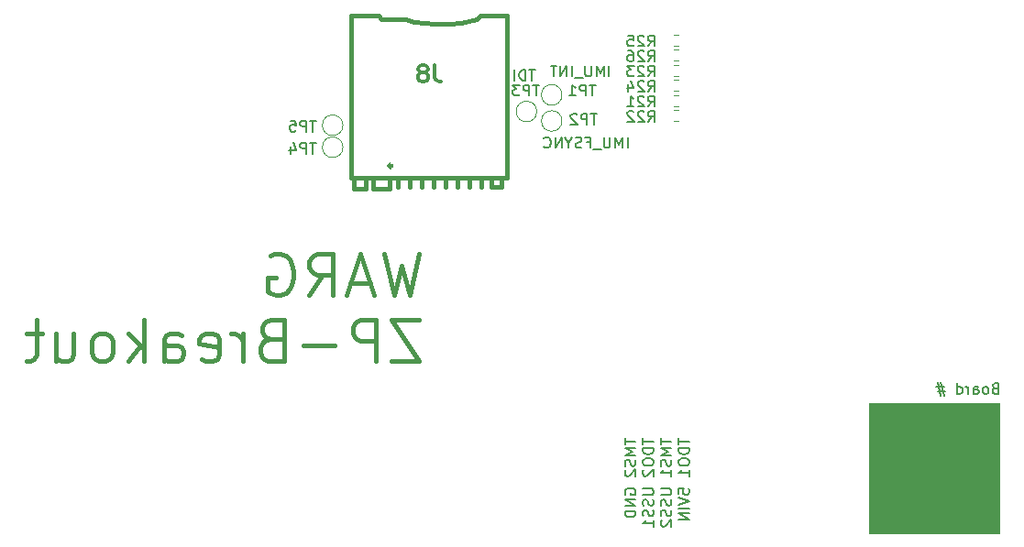
<source format=gbr>
G04 #@! TF.GenerationSoftware,KiCad,Pcbnew,(5.1.2)-1*
G04 #@! TF.CreationDate,2021-02-01T19:25:34-05:00*
G04 #@! TF.ProjectId,ZP-Breakout,5a502d42-7265-4616-9b6f-75742e6b6963,rev?*
G04 #@! TF.SameCoordinates,Original*
G04 #@! TF.FileFunction,Legend,Bot*
G04 #@! TF.FilePolarity,Positive*
%FSLAX46Y46*%
G04 Gerber Fmt 4.6, Leading zero omitted, Abs format (unit mm)*
G04 Created by KiCad (PCBNEW (5.1.2)-1) date 2021-02-01 19:25:34*
%MOMM*%
%LPD*%
G04 APERTURE LIST*
%ADD10C,0.150000*%
%ADD11C,0.381000*%
%ADD12C,0.100000*%
%ADD13C,0.120000*%
%ADD14C,0.300000*%
%ADD15C,0.304800*%
G04 APERTURE END LIST*
D10*
X107007000Y-144877404D02*
X106959380Y-144782166D01*
X106959380Y-144639309D01*
X107007000Y-144496452D01*
X107102238Y-144401214D01*
X107197476Y-144353595D01*
X107387952Y-144305976D01*
X107530809Y-144305976D01*
X107721285Y-144353595D01*
X107816523Y-144401214D01*
X107911761Y-144496452D01*
X107959380Y-144639309D01*
X107959380Y-144734547D01*
X107911761Y-144877404D01*
X107864142Y-144925023D01*
X107530809Y-144925023D01*
X107530809Y-144734547D01*
X107959380Y-145353595D02*
X106959380Y-145353595D01*
X107959380Y-145925023D01*
X106959380Y-145925023D01*
X107959380Y-146401214D02*
X106959380Y-146401214D01*
X106959380Y-146639309D01*
X107007000Y-146782166D01*
X107102238Y-146877404D01*
X107197476Y-146925023D01*
X107387952Y-146972642D01*
X107530809Y-146972642D01*
X107721285Y-146925023D01*
X107816523Y-146877404D01*
X107911761Y-146782166D01*
X107959380Y-146639309D01*
X107959380Y-146401214D01*
X108609380Y-144353595D02*
X109418904Y-144353595D01*
X109514142Y-144401214D01*
X109561761Y-144448833D01*
X109609380Y-144544071D01*
X109609380Y-144734547D01*
X109561761Y-144829785D01*
X109514142Y-144877404D01*
X109418904Y-144925023D01*
X108609380Y-144925023D01*
X109561761Y-145353595D02*
X109609380Y-145496452D01*
X109609380Y-145734547D01*
X109561761Y-145829785D01*
X109514142Y-145877404D01*
X109418904Y-145925023D01*
X109323666Y-145925023D01*
X109228428Y-145877404D01*
X109180809Y-145829785D01*
X109133190Y-145734547D01*
X109085571Y-145544071D01*
X109037952Y-145448833D01*
X108990333Y-145401214D01*
X108895095Y-145353595D01*
X108799857Y-145353595D01*
X108704619Y-145401214D01*
X108657000Y-145448833D01*
X108609380Y-145544071D01*
X108609380Y-145782166D01*
X108657000Y-145925023D01*
X109561761Y-146305976D02*
X109609380Y-146448833D01*
X109609380Y-146686928D01*
X109561761Y-146782166D01*
X109514142Y-146829785D01*
X109418904Y-146877404D01*
X109323666Y-146877404D01*
X109228428Y-146829785D01*
X109180809Y-146782166D01*
X109133190Y-146686928D01*
X109085571Y-146496452D01*
X109037952Y-146401214D01*
X108990333Y-146353595D01*
X108895095Y-146305976D01*
X108799857Y-146305976D01*
X108704619Y-146353595D01*
X108657000Y-146401214D01*
X108609380Y-146496452D01*
X108609380Y-146734547D01*
X108657000Y-146877404D01*
X109609380Y-147829785D02*
X109609380Y-147258357D01*
X109609380Y-147544071D02*
X108609380Y-147544071D01*
X108752238Y-147448833D01*
X108847476Y-147353595D01*
X108895095Y-147258357D01*
X110259380Y-144353595D02*
X111068904Y-144353595D01*
X111164142Y-144401214D01*
X111211761Y-144448833D01*
X111259380Y-144544071D01*
X111259380Y-144734547D01*
X111211761Y-144829785D01*
X111164142Y-144877404D01*
X111068904Y-144925023D01*
X110259380Y-144925023D01*
X111211761Y-145353595D02*
X111259380Y-145496452D01*
X111259380Y-145734547D01*
X111211761Y-145829785D01*
X111164142Y-145877404D01*
X111068904Y-145925023D01*
X110973666Y-145925023D01*
X110878428Y-145877404D01*
X110830809Y-145829785D01*
X110783190Y-145734547D01*
X110735571Y-145544071D01*
X110687952Y-145448833D01*
X110640333Y-145401214D01*
X110545095Y-145353595D01*
X110449857Y-145353595D01*
X110354619Y-145401214D01*
X110307000Y-145448833D01*
X110259380Y-145544071D01*
X110259380Y-145782166D01*
X110307000Y-145925023D01*
X111211761Y-146305976D02*
X111259380Y-146448833D01*
X111259380Y-146686928D01*
X111211761Y-146782166D01*
X111164142Y-146829785D01*
X111068904Y-146877404D01*
X110973666Y-146877404D01*
X110878428Y-146829785D01*
X110830809Y-146782166D01*
X110783190Y-146686928D01*
X110735571Y-146496452D01*
X110687952Y-146401214D01*
X110640333Y-146353595D01*
X110545095Y-146305976D01*
X110449857Y-146305976D01*
X110354619Y-146353595D01*
X110307000Y-146401214D01*
X110259380Y-146496452D01*
X110259380Y-146734547D01*
X110307000Y-146877404D01*
X110354619Y-147258357D02*
X110307000Y-147305976D01*
X110259380Y-147401214D01*
X110259380Y-147639309D01*
X110307000Y-147734547D01*
X110354619Y-147782166D01*
X110449857Y-147829785D01*
X110545095Y-147829785D01*
X110687952Y-147782166D01*
X111259380Y-147210738D01*
X111259380Y-147829785D01*
X111909380Y-144829785D02*
X111909380Y-144353595D01*
X112385571Y-144305976D01*
X112337952Y-144353595D01*
X112290333Y-144448833D01*
X112290333Y-144686928D01*
X112337952Y-144782166D01*
X112385571Y-144829785D01*
X112480809Y-144877404D01*
X112718904Y-144877404D01*
X112814142Y-144829785D01*
X112861761Y-144782166D01*
X112909380Y-144686928D01*
X112909380Y-144448833D01*
X112861761Y-144353595D01*
X112814142Y-144305976D01*
X111909380Y-145163119D02*
X112909380Y-145496452D01*
X111909380Y-145829785D01*
X112909380Y-146163119D02*
X111909380Y-146163119D01*
X112909380Y-146639309D02*
X111909380Y-146639309D01*
X112909380Y-147210738D01*
X111909380Y-147210738D01*
X106959380Y-139668476D02*
X106959380Y-140239904D01*
X107959380Y-139954190D02*
X106959380Y-139954190D01*
X107959380Y-140573238D02*
X106959380Y-140573238D01*
X107673666Y-140906571D01*
X106959380Y-141239904D01*
X107959380Y-141239904D01*
X107911761Y-141668476D02*
X107959380Y-141811333D01*
X107959380Y-142049428D01*
X107911761Y-142144666D01*
X107864142Y-142192285D01*
X107768904Y-142239904D01*
X107673666Y-142239904D01*
X107578428Y-142192285D01*
X107530809Y-142144666D01*
X107483190Y-142049428D01*
X107435571Y-141858952D01*
X107387952Y-141763714D01*
X107340333Y-141716095D01*
X107245095Y-141668476D01*
X107149857Y-141668476D01*
X107054619Y-141716095D01*
X107007000Y-141763714D01*
X106959380Y-141858952D01*
X106959380Y-142097047D01*
X107007000Y-142239904D01*
X107054619Y-142620857D02*
X107007000Y-142668476D01*
X106959380Y-142763714D01*
X106959380Y-143001809D01*
X107007000Y-143097047D01*
X107054619Y-143144666D01*
X107149857Y-143192285D01*
X107245095Y-143192285D01*
X107387952Y-143144666D01*
X107959380Y-142573238D01*
X107959380Y-143192285D01*
X108609380Y-139692285D02*
X108609380Y-140263714D01*
X109609380Y-139978000D02*
X108609380Y-139978000D01*
X109609380Y-140597047D02*
X108609380Y-140597047D01*
X108609380Y-140835142D01*
X108657000Y-140978000D01*
X108752238Y-141073238D01*
X108847476Y-141120857D01*
X109037952Y-141168476D01*
X109180809Y-141168476D01*
X109371285Y-141120857D01*
X109466523Y-141073238D01*
X109561761Y-140978000D01*
X109609380Y-140835142D01*
X109609380Y-140597047D01*
X108609380Y-141787523D02*
X108609380Y-141978000D01*
X108657000Y-142073238D01*
X108752238Y-142168476D01*
X108942714Y-142216095D01*
X109276047Y-142216095D01*
X109466523Y-142168476D01*
X109561761Y-142073238D01*
X109609380Y-141978000D01*
X109609380Y-141787523D01*
X109561761Y-141692285D01*
X109466523Y-141597047D01*
X109276047Y-141549428D01*
X108942714Y-141549428D01*
X108752238Y-141597047D01*
X108657000Y-141692285D01*
X108609380Y-141787523D01*
X108704619Y-142597047D02*
X108657000Y-142644666D01*
X108609380Y-142739904D01*
X108609380Y-142978000D01*
X108657000Y-143073238D01*
X108704619Y-143120857D01*
X108799857Y-143168476D01*
X108895095Y-143168476D01*
X109037952Y-143120857D01*
X109609380Y-142549428D01*
X109609380Y-143168476D01*
X110259380Y-139668476D02*
X110259380Y-140239904D01*
X111259380Y-139954190D02*
X110259380Y-139954190D01*
X111259380Y-140573238D02*
X110259380Y-140573238D01*
X110973666Y-140906571D01*
X110259380Y-141239904D01*
X111259380Y-141239904D01*
X111211761Y-141668476D02*
X111259380Y-141811333D01*
X111259380Y-142049428D01*
X111211761Y-142144666D01*
X111164142Y-142192285D01*
X111068904Y-142239904D01*
X110973666Y-142239904D01*
X110878428Y-142192285D01*
X110830809Y-142144666D01*
X110783190Y-142049428D01*
X110735571Y-141858952D01*
X110687952Y-141763714D01*
X110640333Y-141716095D01*
X110545095Y-141668476D01*
X110449857Y-141668476D01*
X110354619Y-141716095D01*
X110307000Y-141763714D01*
X110259380Y-141858952D01*
X110259380Y-142097047D01*
X110307000Y-142239904D01*
X111259380Y-143192285D02*
X111259380Y-142620857D01*
X111259380Y-142906571D02*
X110259380Y-142906571D01*
X110402238Y-142811333D01*
X110497476Y-142716095D01*
X110545095Y-142620857D01*
X111909380Y-139692285D02*
X111909380Y-140263714D01*
X112909380Y-139978000D02*
X111909380Y-139978000D01*
X112909380Y-140597047D02*
X111909380Y-140597047D01*
X111909380Y-140835142D01*
X111957000Y-140978000D01*
X112052238Y-141073238D01*
X112147476Y-141120857D01*
X112337952Y-141168476D01*
X112480809Y-141168476D01*
X112671285Y-141120857D01*
X112766523Y-141073238D01*
X112861761Y-140978000D01*
X112909380Y-140835142D01*
X112909380Y-140597047D01*
X111909380Y-141787523D02*
X111909380Y-141978000D01*
X111957000Y-142073238D01*
X112052238Y-142168476D01*
X112242714Y-142216095D01*
X112576047Y-142216095D01*
X112766523Y-142168476D01*
X112861761Y-142073238D01*
X112909380Y-141978000D01*
X112909380Y-141787523D01*
X112861761Y-141692285D01*
X112766523Y-141597047D01*
X112576047Y-141549428D01*
X112242714Y-141549428D01*
X112052238Y-141597047D01*
X111957000Y-141692285D01*
X111909380Y-141787523D01*
X112909380Y-143168476D02*
X112909380Y-142597047D01*
X112909380Y-142882761D02*
X111909380Y-142882761D01*
X112052238Y-142787523D01*
X112147476Y-142692285D01*
X112195095Y-142597047D01*
X107211333Y-112847380D02*
X107211333Y-111847380D01*
X106735142Y-112847380D02*
X106735142Y-111847380D01*
X106401809Y-112561666D01*
X106068476Y-111847380D01*
X106068476Y-112847380D01*
X105592285Y-111847380D02*
X105592285Y-112656904D01*
X105544666Y-112752142D01*
X105497047Y-112799761D01*
X105401809Y-112847380D01*
X105211333Y-112847380D01*
X105116095Y-112799761D01*
X105068476Y-112752142D01*
X105020857Y-112656904D01*
X105020857Y-111847380D01*
X104782761Y-112942619D02*
X104020857Y-112942619D01*
X103449428Y-112323571D02*
X103782761Y-112323571D01*
X103782761Y-112847380D02*
X103782761Y-111847380D01*
X103306571Y-111847380D01*
X102973238Y-112799761D02*
X102830380Y-112847380D01*
X102592285Y-112847380D01*
X102497047Y-112799761D01*
X102449428Y-112752142D01*
X102401809Y-112656904D01*
X102401809Y-112561666D01*
X102449428Y-112466428D01*
X102497047Y-112418809D01*
X102592285Y-112371190D01*
X102782761Y-112323571D01*
X102878000Y-112275952D01*
X102925619Y-112228333D01*
X102973238Y-112133095D01*
X102973238Y-112037857D01*
X102925619Y-111942619D01*
X102878000Y-111895000D01*
X102782761Y-111847380D01*
X102544666Y-111847380D01*
X102401809Y-111895000D01*
X101782761Y-112371190D02*
X101782761Y-112847380D01*
X102116095Y-111847380D02*
X101782761Y-112371190D01*
X101449428Y-111847380D01*
X101116095Y-112847380D02*
X101116095Y-111847380D01*
X100544666Y-112847380D01*
X100544666Y-111847380D01*
X99497047Y-112752142D02*
X99544666Y-112799761D01*
X99687523Y-112847380D01*
X99782761Y-112847380D01*
X99925619Y-112799761D01*
X100020857Y-112704523D01*
X100068476Y-112609285D01*
X100116095Y-112418809D01*
X100116095Y-112275952D01*
X100068476Y-112085476D01*
X100020857Y-111990238D01*
X99925619Y-111895000D01*
X99782761Y-111847380D01*
X99687523Y-111847380D01*
X99544666Y-111895000D01*
X99497047Y-111942619D01*
X105489047Y-106243380D02*
X105489047Y-105243380D01*
X105012857Y-106243380D02*
X105012857Y-105243380D01*
X104679523Y-105957666D01*
X104346190Y-105243380D01*
X104346190Y-106243380D01*
X103870000Y-105243380D02*
X103870000Y-106052904D01*
X103822380Y-106148142D01*
X103774761Y-106195761D01*
X103679523Y-106243380D01*
X103489047Y-106243380D01*
X103393809Y-106195761D01*
X103346190Y-106148142D01*
X103298571Y-106052904D01*
X103298571Y-105243380D01*
X103060476Y-106338619D02*
X102298571Y-106338619D01*
X102060476Y-106243380D02*
X102060476Y-105243380D01*
X101584285Y-106243380D02*
X101584285Y-105243380D01*
X101012857Y-106243380D01*
X101012857Y-105243380D01*
X100679523Y-105243380D02*
X100108095Y-105243380D01*
X100393809Y-106243380D02*
X100393809Y-105243380D01*
X98686809Y-105624380D02*
X98115380Y-105624380D01*
X98401095Y-106624380D02*
X98401095Y-105624380D01*
X97782047Y-106624380D02*
X97782047Y-105624380D01*
X97543952Y-105624380D01*
X97401095Y-105672000D01*
X97305857Y-105767238D01*
X97258238Y-105862476D01*
X97210619Y-106052952D01*
X97210619Y-106195809D01*
X97258238Y-106386285D01*
X97305857Y-106481523D01*
X97401095Y-106576761D01*
X97543952Y-106624380D01*
X97782047Y-106624380D01*
X96782047Y-106624380D02*
X96782047Y-105624380D01*
X141160190Y-135056571D02*
X141017333Y-135104190D01*
X140969714Y-135151809D01*
X140922095Y-135247047D01*
X140922095Y-135389904D01*
X140969714Y-135485142D01*
X141017333Y-135532761D01*
X141112571Y-135580380D01*
X141493523Y-135580380D01*
X141493523Y-134580380D01*
X141160190Y-134580380D01*
X141064952Y-134628000D01*
X141017333Y-134675619D01*
X140969714Y-134770857D01*
X140969714Y-134866095D01*
X141017333Y-134961333D01*
X141064952Y-135008952D01*
X141160190Y-135056571D01*
X141493523Y-135056571D01*
X140350666Y-135580380D02*
X140445904Y-135532761D01*
X140493523Y-135485142D01*
X140541142Y-135389904D01*
X140541142Y-135104190D01*
X140493523Y-135008952D01*
X140445904Y-134961333D01*
X140350666Y-134913714D01*
X140207809Y-134913714D01*
X140112571Y-134961333D01*
X140064952Y-135008952D01*
X140017333Y-135104190D01*
X140017333Y-135389904D01*
X140064952Y-135485142D01*
X140112571Y-135532761D01*
X140207809Y-135580380D01*
X140350666Y-135580380D01*
X139160190Y-135580380D02*
X139160190Y-135056571D01*
X139207809Y-134961333D01*
X139303047Y-134913714D01*
X139493523Y-134913714D01*
X139588761Y-134961333D01*
X139160190Y-135532761D02*
X139255428Y-135580380D01*
X139493523Y-135580380D01*
X139588761Y-135532761D01*
X139636380Y-135437523D01*
X139636380Y-135342285D01*
X139588761Y-135247047D01*
X139493523Y-135199428D01*
X139255428Y-135199428D01*
X139160190Y-135151809D01*
X138684000Y-135580380D02*
X138684000Y-134913714D01*
X138684000Y-135104190D02*
X138636380Y-135008952D01*
X138588761Y-134961333D01*
X138493523Y-134913714D01*
X138398285Y-134913714D01*
X137636380Y-135580380D02*
X137636380Y-134580380D01*
X137636380Y-135532761D02*
X137731619Y-135580380D01*
X137922095Y-135580380D01*
X138017333Y-135532761D01*
X138064952Y-135485142D01*
X138112571Y-135389904D01*
X138112571Y-135104190D01*
X138064952Y-135008952D01*
X138017333Y-134961333D01*
X137922095Y-134913714D01*
X137731619Y-134913714D01*
X137636380Y-134961333D01*
X136445904Y-134913714D02*
X135731619Y-134913714D01*
X136160190Y-134485142D02*
X136445904Y-135770857D01*
X135826857Y-135342285D02*
X136541142Y-135342285D01*
X136112571Y-135770857D02*
X135826857Y-134485142D01*
D11*
X87981064Y-122627571D02*
X87073921Y-126437571D01*
X86348207Y-123716142D01*
X85622492Y-126437571D01*
X84715350Y-122627571D01*
X83445350Y-125349000D02*
X81631064Y-125349000D01*
X83808207Y-126437571D02*
X82538207Y-122627571D01*
X81268207Y-126437571D01*
X77821064Y-126437571D02*
X79091064Y-124623285D01*
X79998207Y-126437571D02*
X79998207Y-122627571D01*
X78546778Y-122627571D01*
X78183921Y-122809000D01*
X78002492Y-122990428D01*
X77821064Y-123353285D01*
X77821064Y-123897571D01*
X78002492Y-124260428D01*
X78183921Y-124441857D01*
X78546778Y-124623285D01*
X79998207Y-124623285D01*
X74192492Y-122809000D02*
X74555350Y-122627571D01*
X75099635Y-122627571D01*
X75643921Y-122809000D01*
X76006778Y-123171857D01*
X76188207Y-123534714D01*
X76369635Y-124260428D01*
X76369635Y-124804714D01*
X76188207Y-125530428D01*
X76006778Y-125893285D01*
X75643921Y-126256142D01*
X75099635Y-126437571D01*
X74736778Y-126437571D01*
X74192492Y-126256142D01*
X74011064Y-126074714D01*
X74011064Y-124804714D01*
X74736778Y-124804714D01*
X87981064Y-128723571D02*
X85441064Y-128723571D01*
X87981064Y-132533571D01*
X85441064Y-132533571D01*
X83989635Y-132533571D02*
X83989635Y-128723571D01*
X82538207Y-128723571D01*
X82175350Y-128905000D01*
X81993921Y-129086428D01*
X81812492Y-129449285D01*
X81812492Y-129993571D01*
X81993921Y-130356428D01*
X82175350Y-130537857D01*
X82538207Y-130719285D01*
X83989635Y-130719285D01*
X80179635Y-131082142D02*
X77276778Y-131082142D01*
X74192492Y-130537857D02*
X73648207Y-130719285D01*
X73466778Y-130900714D01*
X73285350Y-131263571D01*
X73285350Y-131807857D01*
X73466778Y-132170714D01*
X73648207Y-132352142D01*
X74011064Y-132533571D01*
X75462492Y-132533571D01*
X75462492Y-128723571D01*
X74192492Y-128723571D01*
X73829635Y-128905000D01*
X73648207Y-129086428D01*
X73466778Y-129449285D01*
X73466778Y-129812142D01*
X73648207Y-130175000D01*
X73829635Y-130356428D01*
X74192492Y-130537857D01*
X75462492Y-130537857D01*
X71652492Y-132533571D02*
X71652492Y-129993571D01*
X71652492Y-130719285D02*
X71471064Y-130356428D01*
X71289635Y-130175000D01*
X70926778Y-129993571D01*
X70563921Y-129993571D01*
X67842492Y-132352142D02*
X68205350Y-132533571D01*
X68931064Y-132533571D01*
X69293921Y-132352142D01*
X69475350Y-131989285D01*
X69475350Y-130537857D01*
X69293921Y-130175000D01*
X68931064Y-129993571D01*
X68205350Y-129993571D01*
X67842492Y-130175000D01*
X67661064Y-130537857D01*
X67661064Y-130900714D01*
X69475350Y-131263571D01*
X64395350Y-132533571D02*
X64395350Y-130537857D01*
X64576778Y-130175000D01*
X64939635Y-129993571D01*
X65665350Y-129993571D01*
X66028207Y-130175000D01*
X64395350Y-132352142D02*
X64758207Y-132533571D01*
X65665350Y-132533571D01*
X66028207Y-132352142D01*
X66209635Y-131989285D01*
X66209635Y-131626428D01*
X66028207Y-131263571D01*
X65665350Y-131082142D01*
X64758207Y-131082142D01*
X64395350Y-130900714D01*
X62581064Y-132533571D02*
X62581064Y-128723571D01*
X62218207Y-131082142D02*
X61129635Y-132533571D01*
X61129635Y-129993571D02*
X62581064Y-131445000D01*
X58952492Y-132533571D02*
X59315350Y-132352142D01*
X59496778Y-132170714D01*
X59678207Y-131807857D01*
X59678207Y-130719285D01*
X59496778Y-130356428D01*
X59315350Y-130175000D01*
X58952492Y-129993571D01*
X58408207Y-129993571D01*
X58045350Y-130175000D01*
X57863921Y-130356428D01*
X57682492Y-130719285D01*
X57682492Y-131807857D01*
X57863921Y-132170714D01*
X58045350Y-132352142D01*
X58408207Y-132533571D01*
X58952492Y-132533571D01*
X54416778Y-129993571D02*
X54416778Y-132533571D01*
X56049635Y-129993571D02*
X56049635Y-131989285D01*
X55868207Y-132352142D01*
X55505350Y-132533571D01*
X54961064Y-132533571D01*
X54598207Y-132352142D01*
X54416778Y-132170714D01*
X53146778Y-129993571D02*
X51695350Y-129993571D01*
X52602492Y-128723571D02*
X52602492Y-131989285D01*
X52421064Y-132352142D01*
X52058207Y-132533571D01*
X51695350Y-132533571D01*
D12*
G36*
X141502000Y-148476000D02*
G01*
X129502000Y-148476000D01*
X129502000Y-136476000D01*
X141502000Y-136476000D01*
X141502000Y-148476000D01*
G37*
X141502000Y-148476000D02*
X129502000Y-148476000D01*
X129502000Y-136476000D01*
X141502000Y-136476000D01*
X141502000Y-148476000D01*
D13*
G04 #@! TO.C,R26*
X111502000Y-103770000D02*
X111942000Y-103770000D01*
X111502000Y-104790000D02*
X111942000Y-104790000D01*
G04 #@! TO.C,R25*
X111942000Y-103393000D02*
X111502000Y-103393000D01*
X111942000Y-102373000D02*
X111502000Y-102373000D01*
G04 #@! TO.C,R24*
X111502000Y-106564000D02*
X111942000Y-106564000D01*
X111502000Y-107584000D02*
X111942000Y-107584000D01*
G04 #@! TO.C,R23*
X111942000Y-106187000D02*
X111502000Y-106187000D01*
X111942000Y-105167000D02*
X111502000Y-105167000D01*
G04 #@! TO.C,R22*
X111502000Y-109358000D02*
X111942000Y-109358000D01*
X111502000Y-110378000D02*
X111942000Y-110378000D01*
G04 #@! TO.C,R21*
X111942000Y-108981000D02*
X111502000Y-108981000D01*
X111942000Y-107961000D02*
X111502000Y-107961000D01*
G04 #@! TO.C,TP5*
X80922000Y-110757000D02*
G75*
G03X80922000Y-110757000I-950000J0D01*
G01*
G04 #@! TO.C,TP4*
X80922000Y-112789000D02*
G75*
G03X80922000Y-112789000I-950000J0D01*
G01*
G04 #@! TO.C,TP3*
X98829000Y-109487000D02*
G75*
G03X98829000Y-109487000I-950000J0D01*
G01*
G04 #@! TO.C,TP2*
X101153000Y-110363000D02*
G75*
G03X101153000Y-110363000I-950000J0D01*
G01*
G04 #@! TO.C,TP1*
X101153000Y-107950000D02*
G75*
G03X101153000Y-107950000I-950000J0D01*
G01*
D11*
G04 #@! TO.C,J8*
X81699100Y-115585240D02*
X81699100Y-100584000D01*
X96100900Y-115585240D02*
X81699100Y-115585240D01*
X96100900Y-100584000D02*
X96100900Y-115585240D01*
X85999320Y-115585240D02*
X85999320Y-116484400D01*
X87099140Y-116484400D02*
X87099140Y-115585240D01*
X88198960Y-116484400D02*
X88198960Y-115684300D01*
X89298780Y-116484400D02*
X89298780Y-115585240D01*
X90401140Y-116484400D02*
X90401140Y-115585240D01*
X91500960Y-116484400D02*
X91500960Y-115585240D01*
X92600780Y-116484400D02*
X92600780Y-115585240D01*
X93700600Y-116484400D02*
X93700600Y-115585240D01*
X95600520Y-116484400D02*
X95600520Y-115585240D01*
X94599760Y-115585240D02*
X94599760Y-116484400D01*
X94599760Y-116484400D02*
X95600520Y-116484400D01*
X81899760Y-115585240D02*
X81899760Y-116586000D01*
X82999580Y-116586000D02*
X82999580Y-115585240D01*
X82999580Y-116586000D02*
X81899760Y-116586000D01*
X83700620Y-116586000D02*
X83700620Y-115585240D01*
X85199220Y-116586000D02*
X83700620Y-116586000D01*
X85199220Y-115585240D02*
X85199220Y-116586000D01*
X93599000Y-100584000D02*
X93299280Y-100985320D01*
X84201000Y-100584000D02*
X81699100Y-100584000D01*
X93599000Y-100584000D02*
X96100900Y-100584000D01*
X84498180Y-100985320D02*
X84198460Y-100584000D01*
X86700360Y-100985320D02*
X84500720Y-100985320D01*
X90700860Y-101384100D02*
X91800680Y-101285040D01*
X89400380Y-101384100D02*
X90700860Y-101384100D01*
X87500460Y-101185980D02*
X89400380Y-101384100D01*
X86700360Y-100985320D02*
X87500460Y-101185980D01*
X91800680Y-101285040D02*
X93299280Y-100985320D01*
D14*
X85451681Y-114503200D02*
G75*
G03X85451681Y-114503200I-158481J0D01*
G01*
G04 #@! TO.C,R26*
D10*
X109100857Y-104846380D02*
X109434190Y-104370190D01*
X109672285Y-104846380D02*
X109672285Y-103846380D01*
X109291333Y-103846380D01*
X109196095Y-103894000D01*
X109148476Y-103941619D01*
X109100857Y-104036857D01*
X109100857Y-104179714D01*
X109148476Y-104274952D01*
X109196095Y-104322571D01*
X109291333Y-104370190D01*
X109672285Y-104370190D01*
X108719904Y-103941619D02*
X108672285Y-103894000D01*
X108577047Y-103846380D01*
X108338952Y-103846380D01*
X108243714Y-103894000D01*
X108196095Y-103941619D01*
X108148476Y-104036857D01*
X108148476Y-104132095D01*
X108196095Y-104274952D01*
X108767523Y-104846380D01*
X108148476Y-104846380D01*
X107291333Y-103846380D02*
X107481809Y-103846380D01*
X107577047Y-103894000D01*
X107624666Y-103941619D01*
X107719904Y-104084476D01*
X107767523Y-104274952D01*
X107767523Y-104655904D01*
X107719904Y-104751142D01*
X107672285Y-104798761D01*
X107577047Y-104846380D01*
X107386571Y-104846380D01*
X107291333Y-104798761D01*
X107243714Y-104751142D01*
X107196095Y-104655904D01*
X107196095Y-104417809D01*
X107243714Y-104322571D01*
X107291333Y-104274952D01*
X107386571Y-104227333D01*
X107577047Y-104227333D01*
X107672285Y-104274952D01*
X107719904Y-104322571D01*
X107767523Y-104417809D01*
G04 #@! TO.C,R25*
X109100857Y-103449380D02*
X109434190Y-102973190D01*
X109672285Y-103449380D02*
X109672285Y-102449380D01*
X109291333Y-102449380D01*
X109196095Y-102497000D01*
X109148476Y-102544619D01*
X109100857Y-102639857D01*
X109100857Y-102782714D01*
X109148476Y-102877952D01*
X109196095Y-102925571D01*
X109291333Y-102973190D01*
X109672285Y-102973190D01*
X108719904Y-102544619D02*
X108672285Y-102497000D01*
X108577047Y-102449380D01*
X108338952Y-102449380D01*
X108243714Y-102497000D01*
X108196095Y-102544619D01*
X108148476Y-102639857D01*
X108148476Y-102735095D01*
X108196095Y-102877952D01*
X108767523Y-103449380D01*
X108148476Y-103449380D01*
X107243714Y-102449380D02*
X107719904Y-102449380D01*
X107767523Y-102925571D01*
X107719904Y-102877952D01*
X107624666Y-102830333D01*
X107386571Y-102830333D01*
X107291333Y-102877952D01*
X107243714Y-102925571D01*
X107196095Y-103020809D01*
X107196095Y-103258904D01*
X107243714Y-103354142D01*
X107291333Y-103401761D01*
X107386571Y-103449380D01*
X107624666Y-103449380D01*
X107719904Y-103401761D01*
X107767523Y-103354142D01*
G04 #@! TO.C,R24*
X109100857Y-107640380D02*
X109434190Y-107164190D01*
X109672285Y-107640380D02*
X109672285Y-106640380D01*
X109291333Y-106640380D01*
X109196095Y-106688000D01*
X109148476Y-106735619D01*
X109100857Y-106830857D01*
X109100857Y-106973714D01*
X109148476Y-107068952D01*
X109196095Y-107116571D01*
X109291333Y-107164190D01*
X109672285Y-107164190D01*
X108719904Y-106735619D02*
X108672285Y-106688000D01*
X108577047Y-106640380D01*
X108338952Y-106640380D01*
X108243714Y-106688000D01*
X108196095Y-106735619D01*
X108148476Y-106830857D01*
X108148476Y-106926095D01*
X108196095Y-107068952D01*
X108767523Y-107640380D01*
X108148476Y-107640380D01*
X107291333Y-106973714D02*
X107291333Y-107640380D01*
X107529428Y-106592761D02*
X107767523Y-107307047D01*
X107148476Y-107307047D01*
G04 #@! TO.C,R23*
X109100857Y-106243380D02*
X109434190Y-105767190D01*
X109672285Y-106243380D02*
X109672285Y-105243380D01*
X109291333Y-105243380D01*
X109196095Y-105291000D01*
X109148476Y-105338619D01*
X109100857Y-105433857D01*
X109100857Y-105576714D01*
X109148476Y-105671952D01*
X109196095Y-105719571D01*
X109291333Y-105767190D01*
X109672285Y-105767190D01*
X108719904Y-105338619D02*
X108672285Y-105291000D01*
X108577047Y-105243380D01*
X108338952Y-105243380D01*
X108243714Y-105291000D01*
X108196095Y-105338619D01*
X108148476Y-105433857D01*
X108148476Y-105529095D01*
X108196095Y-105671952D01*
X108767523Y-106243380D01*
X108148476Y-106243380D01*
X107815142Y-105243380D02*
X107196095Y-105243380D01*
X107529428Y-105624333D01*
X107386571Y-105624333D01*
X107291333Y-105671952D01*
X107243714Y-105719571D01*
X107196095Y-105814809D01*
X107196095Y-106052904D01*
X107243714Y-106148142D01*
X107291333Y-106195761D01*
X107386571Y-106243380D01*
X107672285Y-106243380D01*
X107767523Y-106195761D01*
X107815142Y-106148142D01*
G04 #@! TO.C,R22*
X109100857Y-110434380D02*
X109434190Y-109958190D01*
X109672285Y-110434380D02*
X109672285Y-109434380D01*
X109291333Y-109434380D01*
X109196095Y-109482000D01*
X109148476Y-109529619D01*
X109100857Y-109624857D01*
X109100857Y-109767714D01*
X109148476Y-109862952D01*
X109196095Y-109910571D01*
X109291333Y-109958190D01*
X109672285Y-109958190D01*
X108719904Y-109529619D02*
X108672285Y-109482000D01*
X108577047Y-109434380D01*
X108338952Y-109434380D01*
X108243714Y-109482000D01*
X108196095Y-109529619D01*
X108148476Y-109624857D01*
X108148476Y-109720095D01*
X108196095Y-109862952D01*
X108767523Y-110434380D01*
X108148476Y-110434380D01*
X107767523Y-109529619D02*
X107719904Y-109482000D01*
X107624666Y-109434380D01*
X107386571Y-109434380D01*
X107291333Y-109482000D01*
X107243714Y-109529619D01*
X107196095Y-109624857D01*
X107196095Y-109720095D01*
X107243714Y-109862952D01*
X107815142Y-110434380D01*
X107196095Y-110434380D01*
G04 #@! TO.C,R21*
X109100857Y-109037380D02*
X109434190Y-108561190D01*
X109672285Y-109037380D02*
X109672285Y-108037380D01*
X109291333Y-108037380D01*
X109196095Y-108085000D01*
X109148476Y-108132619D01*
X109100857Y-108227857D01*
X109100857Y-108370714D01*
X109148476Y-108465952D01*
X109196095Y-108513571D01*
X109291333Y-108561190D01*
X109672285Y-108561190D01*
X108719904Y-108132619D02*
X108672285Y-108085000D01*
X108577047Y-108037380D01*
X108338952Y-108037380D01*
X108243714Y-108085000D01*
X108196095Y-108132619D01*
X108148476Y-108227857D01*
X108148476Y-108323095D01*
X108196095Y-108465952D01*
X108767523Y-109037380D01*
X108148476Y-109037380D01*
X107196095Y-109037380D02*
X107767523Y-109037380D01*
X107481809Y-109037380D02*
X107481809Y-108037380D01*
X107577047Y-108180238D01*
X107672285Y-108275476D01*
X107767523Y-108323095D01*
G04 #@! TO.C,TP5*
X78439904Y-110336380D02*
X77868476Y-110336380D01*
X78154190Y-111336380D02*
X78154190Y-110336380D01*
X77535142Y-111336380D02*
X77535142Y-110336380D01*
X77154190Y-110336380D01*
X77058952Y-110384000D01*
X77011333Y-110431619D01*
X76963714Y-110526857D01*
X76963714Y-110669714D01*
X77011333Y-110764952D01*
X77058952Y-110812571D01*
X77154190Y-110860190D01*
X77535142Y-110860190D01*
X76058952Y-110336380D02*
X76535142Y-110336380D01*
X76582761Y-110812571D01*
X76535142Y-110764952D01*
X76439904Y-110717333D01*
X76201809Y-110717333D01*
X76106571Y-110764952D01*
X76058952Y-110812571D01*
X76011333Y-110907809D01*
X76011333Y-111145904D01*
X76058952Y-111241142D01*
X76106571Y-111288761D01*
X76201809Y-111336380D01*
X76439904Y-111336380D01*
X76535142Y-111288761D01*
X76582761Y-111241142D01*
G04 #@! TO.C,TP4*
X78439904Y-112368380D02*
X77868476Y-112368380D01*
X78154190Y-113368380D02*
X78154190Y-112368380D01*
X77535142Y-113368380D02*
X77535142Y-112368380D01*
X77154190Y-112368380D01*
X77058952Y-112416000D01*
X77011333Y-112463619D01*
X76963714Y-112558857D01*
X76963714Y-112701714D01*
X77011333Y-112796952D01*
X77058952Y-112844571D01*
X77154190Y-112892190D01*
X77535142Y-112892190D01*
X76106571Y-112701714D02*
X76106571Y-113368380D01*
X76344666Y-112320761D02*
X76582761Y-113035047D01*
X75963714Y-113035047D01*
G04 #@! TO.C,TP3*
X99051904Y-107021380D02*
X98480476Y-107021380D01*
X98766190Y-108021380D02*
X98766190Y-107021380D01*
X98147142Y-108021380D02*
X98147142Y-107021380D01*
X97766190Y-107021380D01*
X97670952Y-107069000D01*
X97623333Y-107116619D01*
X97575714Y-107211857D01*
X97575714Y-107354714D01*
X97623333Y-107449952D01*
X97670952Y-107497571D01*
X97766190Y-107545190D01*
X98147142Y-107545190D01*
X97242380Y-107021380D02*
X96623333Y-107021380D01*
X96956666Y-107402333D01*
X96813809Y-107402333D01*
X96718571Y-107449952D01*
X96670952Y-107497571D01*
X96623333Y-107592809D01*
X96623333Y-107830904D01*
X96670952Y-107926142D01*
X96718571Y-107973761D01*
X96813809Y-108021380D01*
X97099523Y-108021380D01*
X97194761Y-107973761D01*
X97242380Y-107926142D01*
G04 #@! TO.C,TP2*
X104385904Y-109688380D02*
X103814476Y-109688380D01*
X104100190Y-110688380D02*
X104100190Y-109688380D01*
X103481142Y-110688380D02*
X103481142Y-109688380D01*
X103100190Y-109688380D01*
X103004952Y-109736000D01*
X102957333Y-109783619D01*
X102909714Y-109878857D01*
X102909714Y-110021714D01*
X102957333Y-110116952D01*
X103004952Y-110164571D01*
X103100190Y-110212190D01*
X103481142Y-110212190D01*
X102528761Y-109783619D02*
X102481142Y-109736000D01*
X102385904Y-109688380D01*
X102147809Y-109688380D01*
X102052571Y-109736000D01*
X102004952Y-109783619D01*
X101957333Y-109878857D01*
X101957333Y-109974095D01*
X102004952Y-110116952D01*
X102576380Y-110688380D01*
X101957333Y-110688380D01*
G04 #@! TO.C,TP1*
X104258904Y-107021380D02*
X103687476Y-107021380D01*
X103973190Y-108021380D02*
X103973190Y-107021380D01*
X103354142Y-108021380D02*
X103354142Y-107021380D01*
X102973190Y-107021380D01*
X102877952Y-107069000D01*
X102830333Y-107116619D01*
X102782714Y-107211857D01*
X102782714Y-107354714D01*
X102830333Y-107449952D01*
X102877952Y-107497571D01*
X102973190Y-107545190D01*
X103354142Y-107545190D01*
X101830333Y-108021380D02*
X102401761Y-108021380D01*
X102116047Y-108021380D02*
X102116047Y-107021380D01*
X102211285Y-107164238D01*
X102306523Y-107259476D01*
X102401761Y-107307095D01*
G04 #@! TO.C,J8*
D15*
X89408000Y-105223428D02*
X89408000Y-106312000D01*
X89480571Y-106529714D01*
X89625714Y-106674857D01*
X89843428Y-106747428D01*
X89988571Y-106747428D01*
X88464571Y-105876571D02*
X88609714Y-105804000D01*
X88682285Y-105731428D01*
X88754857Y-105586285D01*
X88754857Y-105513714D01*
X88682285Y-105368571D01*
X88609714Y-105296000D01*
X88464571Y-105223428D01*
X88174285Y-105223428D01*
X88029142Y-105296000D01*
X87956571Y-105368571D01*
X87884000Y-105513714D01*
X87884000Y-105586285D01*
X87956571Y-105731428D01*
X88029142Y-105804000D01*
X88174285Y-105876571D01*
X88464571Y-105876571D01*
X88609714Y-105949142D01*
X88682285Y-106021714D01*
X88754857Y-106166857D01*
X88754857Y-106457142D01*
X88682285Y-106602285D01*
X88609714Y-106674857D01*
X88464571Y-106747428D01*
X88174285Y-106747428D01*
X88029142Y-106674857D01*
X87956571Y-106602285D01*
X87884000Y-106457142D01*
X87884000Y-106166857D01*
X87956571Y-106021714D01*
X88029142Y-105949142D01*
X88174285Y-105876571D01*
G04 #@! TD*
M02*

</source>
